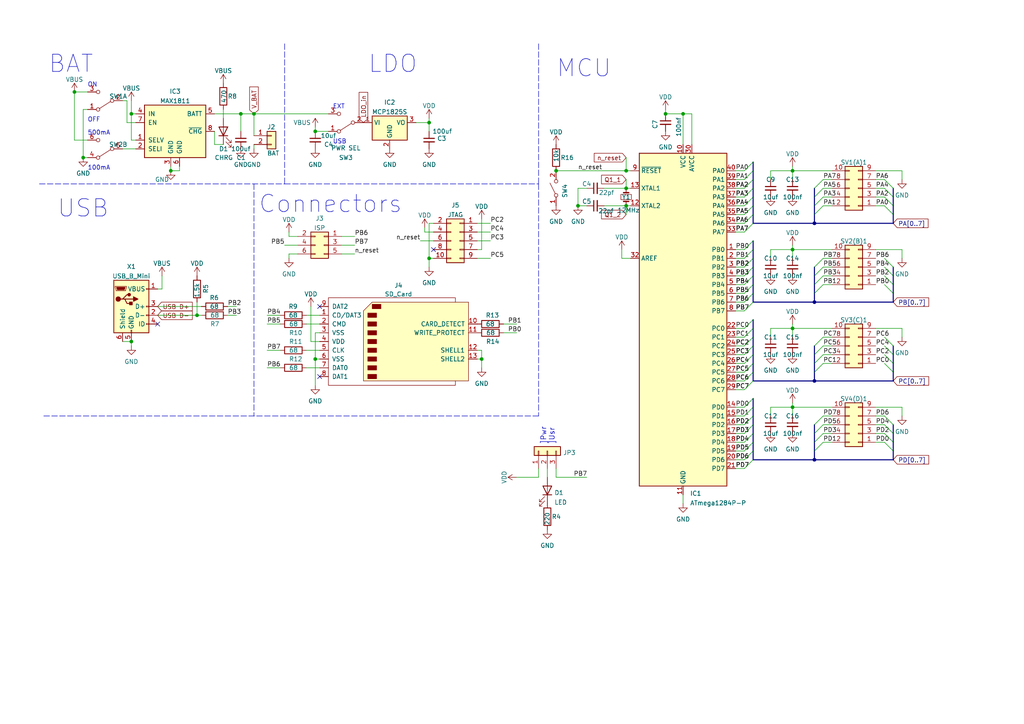
<source format=kicad_sch>
(kicad_sch (version 20211123) (generator eeschema)
  (paper "A4")
  (title_block (title "il-flatto main shematic") (date "2022-12-18"))
  (junction (at 236.22 87.63))
  (junction (at 229.87 95.25))
  (junction (at 21.59 26.67))
  (junction (at 198.12 33.02))
  (junction (at 91.44 104.14))
  (junction (at 139.7 104.14))
  (junction (at 161.29 49.53))
  (junction (at 181.61 49.53))
  (junction (at 229.87 49.53))
  (junction (at 229.87 72.39))
  (junction (at 69.85 33.02))
  (junction (at 24.13 45.72))
  (junction (at 38.1 99.06))
  (junction (at 73.66 33.02))
  (junction (at 181.61 54.61))
  (junction (at 124.46 74.93))
  (junction (at 91.44 38.1))
  (junction (at 167.64 59.69))
  (junction (at 229.87 118.11))
  (junction (at 236.22 110.49))
  (junction (at 193.04 33.02))
  (junction (at 124.46 35.56))
  (junction (at 236.22 133.35))
  (junction (at 57.15 91.44))
  (junction (at 181.61 59.69))
  (junction (at 236.22 64.77))
  (junction (at 38.1 33.02))
  (junction (at 49.53 49.53))
  (no_connect (at 92.71 88.9))
  (no_connect (at 92.71 109.22))
  (no_connect (at 45.72 93.98))
  (no_connect (at 125.73 72.39))
  (bus_entry (at 236.22 77.47) (size 2.54 -2.54))
  (bus_entry (at 236.22 62.23) (size 2.54 -2.54))
  (bus_entry (at 259.08 107.95) (size -2.54 -2.54))
  (bus_entry (at 218.44 72.39) (size -2.54 2.54))
  (bus_entry (at 259.08 80.01) (size -2.54 -2.54))
  (bus_entry (at 218.44 100.33) (size -2.54 2.54))
  (bus_entry (at 236.22 128.27) (size 2.54 -2.54))
  (bus_entry (at 218.44 57.15) (size -2.54 2.54))
  (bus_entry (at 218.44 133.35) (size -2.54 2.54))
  (bus_entry (at 218.44 123.19) (size -2.54 2.54))
  (bus_entry (at 218.44 46.99) (size -2.54 2.54))
  (bus_entry (at 218.44 128.27) (size -2.54 2.54))
  (bus_entry (at 256.54 52.07) (size 2.54 2.54))
  (bus_entry (at 218.44 54.61) (size -2.54 2.54))
  (bus_entry (at 236.22 80.01) (size 2.54 -2.54))
  (bus_entry (at 259.08 57.15) (size -2.54 -2.54))
  (bus_entry (at 218.44 102.87) (size -2.54 2.54))
  (bus_entry (at 259.08 125.73) (size -2.54 -2.54))
  (bus_entry (at 218.44 52.07) (size -2.54 2.54))
  (bus_entry (at 236.22 123.19) (size 2.54 -2.54))
  (bus_entry (at 256.54 74.93) (size 2.54 2.54))
  (bus_entry (at 218.44 64.77) (size -2.54 2.54))
  (bus_entry (at 218.44 92.71) (size -2.54 2.54))
  (bus_entry (at 218.44 130.81) (size -2.54 2.54))
  (bus_entry (at 218.44 77.47) (size -2.54 2.54))
  (bus_entry (at 236.22 105.41) (size 2.54 -2.54))
  (bus_entry (at 218.44 115.57) (size -2.54 2.54))
  (bus_entry (at 259.08 82.55) (size -2.54 -2.54))
  (bus_entry (at 236.22 107.95) (size 2.54 -2.54))
  (bus_entry (at 218.44 80.01) (size -2.54 2.54))
  (bus_entry (at 218.44 69.85) (size -2.54 2.54))
  (bus_entry (at 218.44 110.49) (size -2.54 2.54))
  (bus_entry (at 236.22 102.87) (size 2.54 -2.54))
  (bus_entry (at 218.44 49.53) (size -2.54 2.54))
  (bus_entry (at 218.44 87.63) (size -2.54 2.54))
  (bus_entry (at 236.22 54.61) (size 2.54 -2.54))
  (bus_entry (at 218.44 107.95) (size -2.54 2.54))
  (bus_entry (at 236.22 100.33) (size 2.54 -2.54))
  (bus_entry (at 218.44 125.73) (size -2.54 2.54))
  (bus_entry (at 218.44 85.09) (size -2.54 2.54))
  (bus_entry (at 236.22 59.69) (size 2.54 -2.54))
  (bus_entry (at 218.44 95.25) (size -2.54 2.54))
  (bus_entry (at 218.44 74.93) (size -2.54 2.54))
  (bus_entry (at 259.08 59.69) (size -2.54 -2.54))
  (bus_entry (at 218.44 59.69) (size -2.54 2.54))
  (bus_entry (at 236.22 85.09) (size 2.54 -2.54))
  (bus_entry (at 218.44 97.79) (size -2.54 2.54))
  (bus_entry (at 256.54 120.65) (size 2.54 2.54))
  (bus_entry (at 259.08 102.87) (size -2.54 -2.54))
  (bus_entry (at 259.08 85.09) (size -2.54 -2.54))
  (bus_entry (at 218.44 118.11) (size -2.54 2.54))
  (bus_entry (at 218.44 62.23) (size -2.54 2.54))
  (bus_entry (at 236.22 57.15) (size 2.54 -2.54))
  (bus_entry (at 259.08 105.41) (size -2.54 -2.54))
  (bus_entry (at 256.54 97.79) (size 2.54 2.54))
  (bus_entry (at 236.22 130.81) (size 2.54 -2.54))
  (bus_entry (at 259.08 62.23) (size -2.54 -2.54))
  (bus_entry (at 218.44 82.55) (size -2.54 2.54))
  (bus_entry (at 218.44 105.41) (size -2.54 2.54))
  (bus_entry (at 259.08 128.27) (size -2.54 -2.54))
  (bus_entry (at 236.22 125.73) (size 2.54 -2.54))
  (bus_entry (at 236.22 82.55) (size 2.54 -2.54))
  (bus_entry (at 218.44 120.65) (size -2.54 2.54))
  (bus_entry (at 259.08 130.81) (size -2.54 -2.54))
  (wire (pts (xy 35.56 99.06) (xy 38.1 99.06)))
  (wire (pts (xy 215.9 110.49) (xy 213.36 110.49)))
  (bus (pts (xy 259.08 105.41) (xy 259.08 107.95)))
  (wire (pts (xy 83.82 68.58) (xy 86.36 68.58)))
  (bus (pts (xy 218.44 74.93) (xy 218.44 72.39)))
  (wire (pts (xy 73.66 39.37) (xy 73.66 33.02)))
  (wire (pts (xy 124.46 74.93) (xy 124.46 64.77)))
  (bus (pts (xy 218.44 110.49) (xy 218.44 107.95)))
  (bus (pts (xy 218.44 62.23) (xy 218.44 59.69)))
  (wire (pts (xy 223.52 49.53) (xy 229.87 49.53)))
  (wire (pts (xy 138.43 69.85) (xy 142.24 69.85)))
  (wire (pts (xy 125.73 67.31) (xy 123.19 67.31)))
  (wire (pts (xy 215.9 74.93) (xy 213.36 74.93)))
  (bus (pts (xy 236.22 80.01) (xy 236.22 82.55)))
  (wire (pts (xy 62.23 33.02) (xy 69.85 33.02)))
  (wire (pts (xy 254 95.25) (xy 261.62 95.25)))
  (wire (pts (xy 254 52.07) (xy 256.54 52.07)))
  (wire (pts (xy 229.87 95.25) (xy 229.87 97.79)))
  (wire (pts (xy 198.12 33.02) (xy 198.12 41.91)))
  (wire (pts (xy 223.52 118.11) (xy 223.52 120.65)))
  (wire (pts (xy 146.05 93.98) (xy 149.86 93.98)))
  (wire (pts (xy 90.17 99.06) (xy 92.71 99.06)))
  (wire (pts (xy 215.9 130.81) (xy 213.36 130.81)))
  (wire (pts (xy 229.87 95.25) (xy 241.3 95.25)))
  (wire (pts (xy 73.66 33.02) (xy 95.25 33.02)))
  (wire (pts (xy 229.87 118.11) (xy 229.87 120.65)))
  (wire (pts (xy 139.7 104.14) (xy 139.7 106.68)))
  (wire (pts (xy 77.47 106.68) (xy 81.28 106.68)))
  (bus (pts (xy 236.22 133.35) (xy 259.08 133.35)))
  (bus (pts (xy 218.44 59.69) (xy 218.44 57.15)))
  (bus (pts (xy 259.08 80.01) (xy 259.08 82.55)))
  (wire (pts (xy 49.53 48.26) (xy 49.53 49.53)))
  (wire (pts (xy 215.9 118.11) (xy 213.36 118.11)))
  (wire (pts (xy 91.44 104.14) (xy 92.71 104.14)))
  (wire (pts (xy 215.9 105.41) (xy 213.36 105.41)))
  (wire (pts (xy 25.4 31.75) (xy 24.13 31.75)))
  (wire (pts (xy 66.04 91.44) (xy 68.58 91.44)))
  (wire (pts (xy 254 118.11) (xy 261.62 118.11)))
  (polyline (pts (xy 11.43 53.34) (xy 82.55 53.34)))
  (wire (pts (xy 198.12 33.02) (xy 200.66 33.02)))
  (wire (pts (xy 86.36 73.66) (xy 83.82 73.66)))
  (wire (pts (xy 229.87 72.39) (xy 229.87 74.93)))
  (bus (pts (xy 259.08 100.33) (xy 259.08 102.87)))
  (wire (pts (xy 181.61 49.53) (xy 182.88 49.53)))
  (wire (pts (xy 36.83 35.56) (xy 39.37 35.56)))
  (wire (pts (xy 215.9 80.01) (xy 213.36 80.01)))
  (polyline (pts (xy 156.21 12.7) (xy 156.21 53.34)))
  (wire (pts (xy 254 120.65) (xy 256.54 120.65)))
  (bus (pts (xy 218.44 97.79) (xy 218.44 95.25)))
  (wire (pts (xy 256.54 54.61) (xy 254 54.61)))
  (wire (pts (xy 256.54 125.73) (xy 254 125.73)))
  (wire (pts (xy 238.76 57.15) (xy 241.3 57.15)))
  (wire (pts (xy 215.9 85.09) (xy 213.36 85.09)))
  (bus (pts (xy 218.44 107.95) (xy 218.44 105.41)))
  (wire (pts (xy 24.13 45.72) (xy 25.4 45.72)))
  (wire (pts (xy 229.87 93.98) (xy 229.87 95.25)))
  (wire (pts (xy 139.7 104.14) (xy 138.43 104.14)))
  (bus (pts (xy 259.08 59.69) (xy 259.08 62.23)))
  (wire (pts (xy 64.77 34.29) (xy 64.77 31.75)))
  (wire (pts (xy 124.46 34.29) (xy 124.46 35.56)))
  (polyline (pts (xy 156.21 53.34) (xy 156.21 120.65)))
  (wire (pts (xy 238.76 54.61) (xy 241.3 54.61)))
  (wire (pts (xy 77.47 101.6) (xy 81.28 101.6)))
  (wire (pts (xy 139.7 101.6) (xy 139.7 104.14)))
  (wire (pts (xy 215.9 107.95) (xy 213.36 107.95)))
  (bus (pts (xy 218.44 82.55) (xy 218.44 80.01)))
  (wire (pts (xy 229.87 49.53) (xy 241.3 49.53)))
  (wire (pts (xy 215.9 90.17) (xy 213.36 90.17)))
  (wire (pts (xy 215.9 133.35) (xy 213.36 133.35)))
  (wire (pts (xy 223.52 49.53) (xy 223.52 52.07)))
  (wire (pts (xy 124.46 74.93) (xy 125.73 74.93)))
  (bus (pts (xy 218.44 95.25) (xy 218.44 92.71)))
  (wire (pts (xy 215.9 82.55) (xy 213.36 82.55)))
  (wire (pts (xy 215.9 120.65) (xy 213.36 120.65)))
  (wire (pts (xy 181.61 59.69) (xy 182.88 59.69)))
  (wire (pts (xy 92.71 96.52) (xy 91.44 96.52)))
  (wire (pts (xy 215.9 97.79) (xy 213.36 97.79)))
  (bus (pts (xy 236.22 105.41) (xy 236.22 107.95)))
  (wire (pts (xy 121.92 69.85) (xy 125.73 69.85)))
  (wire (pts (xy 77.47 91.44) (xy 81.28 91.44)))
  (wire (pts (xy 88.9 91.44) (xy 92.71 91.44)))
  (wire (pts (xy 215.9 113.03) (xy 213.36 113.03)))
  (bus (pts (xy 218.44 133.35) (xy 218.44 130.81)))
  (polyline (pts (xy 73.66 53.34) (xy 73.66 120.65)))
  (wire (pts (xy 193.04 33.02) (xy 198.12 33.02)))
  (wire (pts (xy 91.44 36.83) (xy 91.44 38.1)))
  (wire (pts (xy 161.29 49.53) (xy 181.61 49.53)))
  (wire (pts (xy 215.9 125.73) (xy 213.36 125.73)))
  (wire (pts (xy 124.46 77.47) (xy 124.46 74.93)))
  (bus (pts (xy 259.08 62.23) (xy 259.08 64.77)))
  (wire (pts (xy 83.82 73.66) (xy 83.82 74.93)))
  (wire (pts (xy 35.56 29.21) (xy 36.83 29.21)))
  (wire (pts (xy 256.54 123.19) (xy 254 123.19)))
  (wire (pts (xy 138.43 72.39) (xy 139.7 72.39)))
  (bus (pts (xy 236.22 57.15) (xy 236.22 59.69)))
  (wire (pts (xy 45.72 83.82) (xy 46.99 83.82)))
  (wire (pts (xy 238.76 105.41) (xy 241.3 105.41)))
  (bus (pts (xy 218.44 133.35) (xy 236.22 133.35)))
  (wire (pts (xy 46.99 83.82) (xy 46.99 80.01)))
  (wire (pts (xy 256.54 57.15) (xy 254 57.15)))
  (bus (pts (xy 236.22 102.87) (xy 236.22 105.41)))
  (wire (pts (xy 215.9 64.77) (xy 213.36 64.77)))
  (wire (pts (xy 238.76 97.79) (xy 241.3 97.79)))
  (wire (pts (xy 99.06 68.58) (xy 102.87 68.58)))
  (bus (pts (xy 218.44 100.33) (xy 218.44 97.79)))
  (wire (pts (xy 223.52 72.39) (xy 229.87 72.39)))
  (wire (pts (xy 229.87 72.39) (xy 241.3 72.39)))
  (wire (pts (xy 167.64 59.69) (xy 170.18 59.69)))
  (wire (pts (xy 215.9 62.23) (xy 213.36 62.23)))
  (wire (pts (xy 223.52 72.39) (xy 223.52 74.93)))
  (wire (pts (xy 238.76 100.33) (xy 241.3 100.33)))
  (wire (pts (xy 215.9 135.89) (xy 213.36 135.89)))
  (wire (pts (xy 180.34 74.93) (xy 180.34 72.39)))
  (bus (pts (xy 218.44 118.11) (xy 218.44 115.57)))
  (wire (pts (xy 91.44 96.52) (xy 91.44 104.14)))
  (wire (pts (xy 69.85 33.02) (xy 69.85 38.1)))
  (bus (pts (xy 218.44 77.47) (xy 218.44 74.93)))
  (wire (pts (xy 36.83 29.21) (xy 36.83 35.56)))
  (bus (pts (xy 218.44 80.01) (xy 218.44 77.47)))
  (wire (pts (xy 91.44 38.1) (xy 95.25 38.1)))
  (bus (pts (xy 236.22 87.63) (xy 259.08 87.63)))
  (wire (pts (xy 229.87 116.84) (xy 229.87 118.11)))
  (wire (pts (xy 123.19 67.31) (xy 123.19 66.04)))
  (wire (pts (xy 229.87 118.11) (xy 241.3 118.11)))
  (wire (pts (xy 38.1 29.21) (xy 38.1 33.02)))
  (wire (pts (xy 238.76 125.73) (xy 241.3 125.73)))
  (polyline (pts (xy 82.55 53.34) (xy 156.21 53.34)))
  (wire (pts (xy 238.76 128.27) (xy 241.3 128.27)))
  (wire (pts (xy 124.46 38.1) (xy 124.46 35.56)))
  (bus (pts (xy 218.44 57.15) (xy 218.44 54.61)))
  (wire (pts (xy 181.61 45.72) (xy 181.61 49.53)))
  (bus (pts (xy 259.08 125.73) (xy 259.08 128.27)))
  (wire (pts (xy 181.61 62.23) (xy 181.61 59.69)))
  (bus (pts (xy 236.22 100.33) (xy 236.22 102.87)))
  (wire (pts (xy 229.87 49.53) (xy 229.87 52.07)))
  (wire (pts (xy 21.59 26.67) (xy 25.4 26.67)))
  (bus (pts (xy 218.44 123.19) (xy 218.44 120.65)))
  (wire (pts (xy 52.07 49.53) (xy 52.07 48.26)))
  (wire (pts (xy 238.76 80.01) (xy 241.3 80.01)))
  (wire (pts (xy 62.23 41.91) (xy 64.77 41.91)))
  (wire (pts (xy 45.72 91.44) (xy 57.15 91.44)))
  (wire (pts (xy 170.18 54.61) (xy 167.64 54.61)))
  (wire (pts (xy 215.9 100.33) (xy 213.36 100.33)))
  (wire (pts (xy 77.47 93.98) (xy 81.28 93.98)))
  (wire (pts (xy 24.13 31.75) (xy 24.13 45.72)))
  (bus (pts (xy 259.08 85.09) (xy 259.08 87.63)))
  (wire (pts (xy 215.9 49.53) (xy 213.36 49.53)))
  (bus (pts (xy 236.22 110.49) (xy 259.08 110.49)))
  (wire (pts (xy 57.15 91.44) (xy 58.42 91.44)))
  (bus (pts (xy 259.08 107.95) (xy 259.08 110.49)))
  (wire (pts (xy 238.76 82.55) (xy 241.3 82.55)))
  (wire (pts (xy 215.9 102.87) (xy 213.36 102.87)))
  (bus (pts (xy 259.08 82.55) (xy 259.08 85.09)))
  (bus (pts (xy 259.08 77.47) (xy 259.08 80.01)))
  (wire (pts (xy 254 49.53) (xy 261.62 49.53)))
  (wire (pts (xy 193.04 31.75) (xy 193.04 33.02)))
  (wire (pts (xy 45.72 88.9) (xy 58.42 88.9)))
  (wire (pts (xy 138.43 74.93) (xy 142.24 74.93)))
  (polyline (pts (xy 156.21 120.65) (xy 82.55 120.65)))
  (wire (pts (xy 88.9 101.6) (xy 92.71 101.6)))
  (wire (pts (xy 82.55 71.12) (xy 86.36 71.12)))
  (wire (pts (xy 25.4 40.64) (xy 21.59 40.64)))
  (wire (pts (xy 261.62 72.39) (xy 261.62 74.93)))
  (wire (pts (xy 138.43 67.31) (xy 142.24 67.31)))
  (wire (pts (xy 57.15 87.63) (xy 57.15 91.44)))
  (bus (pts (xy 236.22 123.19) (xy 236.22 125.73)))
  (wire (pts (xy 198.12 143.51) (xy 198.12 146.05)))
  (wire (pts (xy 238.76 77.47) (xy 241.3 77.47)))
  (bus (pts (xy 218.44 85.09) (xy 218.44 82.55)))
  (wire (pts (xy 215.9 72.39) (xy 213.36 72.39)))
  (wire (pts (xy 215.9 57.15) (xy 213.36 57.15)))
  (wire (pts (xy 223.52 95.25) (xy 223.52 97.79)))
  (bus (pts (xy 236.22 82.55) (xy 236.22 85.09)))
  (wire (pts (xy 256.54 128.27) (xy 254 128.27)))
  (wire (pts (xy 38.1 99.06) (xy 38.1 100.33)))
  (wire (pts (xy 238.76 123.19) (xy 241.3 123.19)))
  (bus (pts (xy 218.44 105.41) (xy 218.44 102.87)))
  (polyline (pts (xy 82.55 12.7) (xy 82.55 53.34)))
  (wire (pts (xy 215.9 87.63) (xy 213.36 87.63)))
  (wire (pts (xy 90.17 88.9) (xy 90.17 99.06)))
  (wire (pts (xy 35.56 43.18) (xy 39.37 43.18)))
  (wire (pts (xy 175.26 59.69) (xy 181.61 59.69)))
  (bus (pts (xy 236.22 125.73) (xy 236.22 128.27)))
  (bus (pts (xy 259.08 54.61) (xy 259.08 57.15)))
  (wire (pts (xy 73.66 43.18) (xy 73.66 41.91)))
  (wire (pts (xy 238.76 120.65) (xy 241.3 120.65)))
  (wire (pts (xy 215.9 67.31) (xy 213.36 67.31)))
  (bus (pts (xy 218.44 72.39) (xy 218.44 69.85)))
  (wire (pts (xy 229.87 48.26) (xy 229.87 49.53)))
  (bus (pts (xy 236.22 128.27) (xy 236.22 130.81)))
  (bus (pts (xy 218.44 64.77) (xy 236.22 64.77)))
  (bus (pts (xy 218.44 102.87) (xy 218.44 100.33)))
  (wire (pts (xy 139.7 63.5) (xy 139.7 72.39)))
  (bus (pts (xy 236.22 64.77) (xy 259.08 64.77)))
  (wire (pts (xy 215.9 59.69) (xy 213.36 59.69)))
  (wire (pts (xy 200.66 33.02) (xy 200.66 41.91)))
  (bus (pts (xy 218.44 49.53) (xy 218.44 46.99)))
  (wire (pts (xy 138.43 64.77) (xy 142.24 64.77)))
  (wire (pts (xy 256.54 59.69) (xy 254 59.69)))
  (wire (pts (xy 215.9 54.61) (xy 213.36 54.61)))
  (bus (pts (xy 218.44 120.65) (xy 218.44 118.11)))
  (wire (pts (xy 88.9 93.98) (xy 92.71 93.98)))
  (wire (pts (xy 215.9 95.25) (xy 213.36 95.25)))
  (bus (pts (xy 236.22 85.09) (xy 236.22 87.63)))
  (wire (pts (xy 161.29 135.89) (xy 161.29 138.43)))
  (wire (pts (xy 238.76 59.69) (xy 241.3 59.69)))
  (wire (pts (xy 91.44 104.14) (xy 91.44 111.76)))
  (wire (pts (xy 223.52 118.11) (xy 229.87 118.11)))
  (bus (pts (xy 259.08 102.87) (xy 259.08 105.41)))
  (bus (pts (xy 259.08 130.81) (xy 259.08 133.35)))
  (wire (pts (xy 39.37 33.02) (xy 38.1 33.02)))
  (wire (pts (xy 99.06 73.66) (xy 102.87 73.66)))
  (bus (pts (xy 218.44 87.63) (xy 218.44 85.09)))
  (bus (pts (xy 218.44 64.77) (xy 218.44 62.23)))
  (bus (pts (xy 236.22 54.61) (xy 236.22 57.15)))
  (wire (pts (xy 161.29 138.43) (xy 170.18 138.43)))
  (bus (pts (xy 218.44 125.73) (xy 218.44 123.19)))
  (wire (pts (xy 215.9 52.07) (xy 213.36 52.07)))
  (bus (pts (xy 218.44 87.63) (xy 236.22 87.63)))
  (wire (pts (xy 139.7 101.6) (xy 138.43 101.6)))
  (wire (pts (xy 181.61 54.61) (xy 182.88 54.61)))
  (bus (pts (xy 259.08 128.27) (xy 259.08 130.81)))
  (bus (pts (xy 218.44 110.49) (xy 236.22 110.49)))
  (bus (pts (xy 218.44 54.61) (xy 218.44 52.07)))
  (wire (pts (xy 149.86 138.43) (xy 156.21 138.43)))
  (bus (pts (xy 218.44 130.81) (xy 218.44 128.27)))
  (wire (pts (xy 124.46 64.77) (xy 125.73 64.77)))
  (bus (pts (xy 236.22 130.81) (xy 236.22 133.35)))
  (wire (pts (xy 238.76 102.87) (xy 241.3 102.87)))
  (wire (pts (xy 83.82 67.31) (xy 83.82 68.58)))
  (wire (pts (xy 181.61 52.07) (xy 181.61 54.61)))
  (bus (pts (xy 218.44 52.07) (xy 218.44 49.53)))
  (wire (pts (xy 238.76 74.93) (xy 241.3 74.93)))
  (wire (pts (xy 21.59 26.67) (xy 21.59 40.64)))
  (polyline (pts (xy 12.7 120.65) (xy 82.55 120.65)))
  (bus (pts (xy 218.44 128.27) (xy 218.44 125.73)))
  (wire (pts (xy 215.9 123.19) (xy 213.36 123.19)))
  (wire (pts (xy 238.76 52.07) (xy 241.3 52.07)))
  (wire (pts (xy 215.9 77.47) (xy 213.36 77.47)))
  (bus (pts (xy 236.22 107.95) (xy 236.22 110.49)))
  (wire (pts (xy 181.61 54.61) (xy 175.26 54.61)))
  (wire (pts (xy 215.9 128.27) (xy 213.36 128.27)))
  (wire (pts (xy 223.52 95.25) (xy 229.87 95.25)))
  (wire (pts (xy 167.64 54.61) (xy 167.64 59.69)))
  (wire (pts (xy 229.87 71.12) (xy 229.87 72.39)))
  (wire (pts (xy 261.62 95.25) (xy 261.62 97.79)))
  (wire (pts (xy 49.53 49.53) (xy 52.07 49.53)))
  (bus (pts (xy 236.22 59.69) (xy 236.22 62.23)))
  (bus (pts (xy 236.22 77.47) (xy 236.22 80.01)))
  (wire (pts (xy 62.23 38.1) (xy 62.23 41.91)))
  (bus (pts (xy 236.22 62.23) (xy 236.22 64.77)))
  (wire (pts (xy 261.62 49.53) (xy 261.62 52.07)))
  (wire (pts (xy 182.88 74.93) (xy 180.34 74.93)))
  (wire (pts (xy 254 72.39) (xy 261.62 72.39)))
  (bus (pts (xy 259.08 57.15) (xy 259.08 59.69)))
  (wire (pts (xy 261.62 118.11) (xy 261.62 120.65)))
  (wire (pts (xy 158.75 135.89) (xy 158.75 138.43)))
  (wire (pts (xy 156.21 135.89) (xy 156.21 138.43)))
  (wire (pts (xy 88.9 106.68) (xy 92.71 106.68)))
  (wire (pts (xy 38.1 40.64) (xy 39.37 40.64)))
  (wire (pts (xy 66.04 88.9) (xy 68.58 88.9)))
  (wire (pts (xy 99.06 71.12) (xy 102.87 71.12)))
  (bus (pts (xy 259.08 123.19) (xy 259.08 125.73)))
  (wire (pts (xy 38.1 33.02) (xy 38.1 40.64)))
  (wire (pts (xy 120.65 35.56) (xy 124.46 35.56)))
  (wire (pts (xy 146.05 96.52) (xy 149.86 96.52)))
  (wire (pts (xy 69.85 33.02) (xy 73.66 33.02)))
  (text "]Pwr\n]Usr" (at 160.9515 128.9909 90) (effects (font (size 1.5 1.5)) (justify left bottom)))
  (text "OFF" (at 25.4 35.56 0) (effects (font (size 1.27 1.27)) (justify left bottom)))
  (text "Connectors\n" (at 74.93 62.23 0) (effects (font (size 5 5)) (justify left bottom)))
  (text "ON\n" (at 25.4 25.4 0) (effects (font (size 1.27 1.27)) (justify left bottom)))
  (text "MCU" (at 161.29 22.86 0) (effects (font (size 5 5)) (justify left bottom)))
  (text "100mA\n" (at 25.4 49.53 0) (effects (font (size 1.27 1.27)) (justify left bottom)))
  (text "EXT" (at 96.52 31.75 0) (effects (font (size 1.27 1.27)) (justify left bottom)))
  (text "BAT\n" (at 13.97 21.59 0) (effects (font (size 5 5)) (justify left bottom)))
  (text "LDO" (at 106.68 21.59 0) (effects (font (size 5 5)) (justify left bottom)))
  (text "USB" (at 16.51 63.5 0) (effects (font (size 5 5)) (justify left bottom)))
  (text "USB\n" (at 96.52 41.91 0) (effects (font (size 1.27 1.27)) (justify left bottom)))
  (text "500mA\n" (at 25.4 39.37 0) (effects (font (size 1.27 1.27)) (justify left bottom)))
  (label "PB3" (at 66.04 91.44 0))
  (label "PC0" (at 254 105.41 0))
  (label "PB3" (at 238.76 80.01 0))
  (label "PB0" (at 147.32 96.52 0))
  (label "PB7" (at 213.36 90.17 0))
  (label "PB4" (at 213.36 82.55 0))
  (label "PB5" (at 82.55 71.12 180))
  (label "PB4" (at 77.47 91.44 0))
  (label "PD4" (at 213.36 128.27 0))
  (label "PC1" (at 213.36 97.79 0))
  (label "PA1" (at 213.36 52.07 0))
  (label "PB6" (at 254 74.93 0))
  (label "PB3" (at 213.36 80.01 0))
  (label "n_reset" (at 121.92 69.85 180))
  (label "PD7" (at 213.36 135.89 0))
  (label "PD3" (at 213.36 125.73 0))
  (label "PA2" (at 213.36 54.61 0))
  (label "PA4" (at 254 54.61 0))
  (label "PA0" (at 213.36 49.53 0))
  (label "PB0" (at 254 82.55 0))
  (label "PD7" (at 238.76 120.65 0))
  (label "PB4" (at 254 77.47 0))
  (label "PA2" (at 254 57.15 0))
  (label "PD6" (at 213.36 133.35 0))
  (label "PC2" (at 213.36 100.33 0))
  (label "PB0" (at 213.36 72.39 0))
  (label "PA7" (at 238.76 52.07 0))
  (label "PA7" (at 213.36 67.31 0))
  (label "PB3" (at 213.36 80.01 0))
  (label "PD6" (at 254 120.65 0))
  (label "n_reset" (at 102.87 73.66 0))
  (label "PC6" (at 213.36 110.49 0))
  (label "PB4" (at 213.36 82.55 0))
  (label "PC7" (at 213.36 113.03 0))
  (label "PA3" (at 213.36 57.15 0))
  (label "PB1" (at 213.36 74.93 0))
  (label "PB2" (at 254 80.01 0))
  (label "PB2" (at 66.04 88.9 0))
  (label "PB5" (at 213.36 85.09 0))
  (label "PD0" (at 213.36 118.11 0))
  (label "PA6" (at 213.36 64.77 0))
  (label "PC6" (at 213.36 110.49 0))
  (label "PC2" (at 254 102.87 0))
  (label "PA1" (at 238.76 59.69 0))
  (label "PC3" (at 213.36 102.87 0))
  (label "PD7" (at 213.36 135.89 0))
  (label "PB5" (at 213.36 85.09 0))
  (label "PB2" (at 213.36 77.47 0))
  (label "n_reset" (at 167.64 49.53 0))
  (label "PC7" (at 213.36 113.03 0))
  (label "PC4" (at 213.36 105.41 0))
  (label "PC2" (at 142.24 64.77 0))
  (label "PC5" (at 213.36 107.95 0))
  (label "PA6" (at 213.36 64.77 0))
  (label "PC1" (at 238.76 105.41 0))
  (label "PD5" (at 213.36 130.81 0))
  (label "PA2" (at 213.36 54.61 0))
  (label "PA5" (at 238.76 54.61 0))
  (label "PA6" (at 254 52.07 0))
  (label "PD5" (at 213.36 130.81 0))
  (label "PC3" (at 142.24 69.85 0))
  (label "PC3" (at 238.76 102.87 0))
  (label "PC0" (at 213.36 95.25 0))
  (label "PD1" (at 213.36 120.65 0))
  (label "PD2" (at 254 125.73 0))
  (label "PC5" (at 238.76 100.33 0))
  (label "PC4" (at 254 100.33 0))
  (label "PD6" (at 213.36 133.35 0))
  (label "PC6" (at 254 97.79 0))
  (label "PA4" (at 213.36 59.69 0))
  (label "PA3" (at 213.36 57.15 0))
  (label "PB1" (at 238.76 82.55 0))
  (label "PB1" (at 147.32 93.98 0))
  (label "PB5" (at 77.47 93.98 0))
  (label "PD0" (at 254 128.27 0))
  (label "PD4" (at 213.36 128.27 0))
  (label "PB5" (at 238.76 77.47 0))
  (label "PB7" (at 213.36 90.17 0))
  (label "PA5" (at 213.36 62.23 0))
  (label "PB6" (at 77.47 106.68 0))
  (label "PD1" (at 238.76 128.27 0))
  (label "PC4" (at 142.24 67.31 0))
  (label "PC2" (at 213.36 100.33 0))
  (label "PB7" (at 77.47 101.6 0))
  (label "PD4" (at 254 123.19 0))
  (label "PA5" (at 213.36 62.23 0))
  (label "PA3" (at 238.76 57.15 0))
  (label "PB2" (at 213.36 77.47 0))
  (label "PA0" (at 254 59.69 0))
  (label "PB6" (at 102.87 68.58 0))
  (label "PC3" (at 213.36 102.87 0))
  (label "PC4" (at 213.36 105.41 0))
  (label "PB6" (at 213.36 87.63 0))
  (label "PD3" (at 238.76 125.73 0))
  (label "PB7" (at 102.87 71.12 0))
  (label "PC5" (at 213.36 107.95 0))
  (label "PA7" (at 213.36 67.31 0))
  (label "PA4" (at 213.36 59.69 0))
  (label "PB6" (at 213.36 87.63 0))
  (label "PC7" (at 238.76 97.79 0))
  (label "PD3" (at 213.36 125.73 0))
  (label "PD2" (at 213.36 123.19 0))
  (label "PB7" (at 166.37 138.43 0))
  (label "PB7" (at 238.76 74.93 0))
  (label "PD5" (at 238.76 123.19 0))
  (label "PD2" (at 213.36 123.19 0))
  (label "PC5" (at 142.24 74.93 0))
  (global_label "PA[0..7]" (shape input) (at 259.08 64.77 0) (property "Intersheet References" "${INTERSHEET_REFS}" (effects hide)))
  (global_label "USB D-" (shape input) (at 45.72 91.44 0) (property "Intersheet References" "${INTERSHEET_REFS}" (effects hide)))
  (global_label "PD[0..7]" (shape input) (at 259.08 133.35 0) (property "Intersheet References" "${INTERSHEET_REFS}" (effects hide)))
  (global_label "n_reset" (shape input) (at 181.61 45.72 180) (property "Intersheet References" "${INTERSHEET_REFS}" (effects hide)))
  (global_label "Q1_2" (shape input) (at 181.61 62.23 180) (property "Intersheet References" "${INTERSHEET_REFS}" (effects hide)))
  (global_label "USB D+" (shape input) (at 45.72 88.9 0) (property "Intersheet References" "${INTERSHEET_REFS}" (effects hide)))
  (global_label "Q1_1" (shape input) (at 181.61 52.07 180) (property "Intersheet References" "${INTERSHEET_REFS}" (effects hide)))
  (global_label "LDO_in" (shape input) (at 105.41 35.56 90) (property "Intersheet References" "${INTERSHEET_REFS}" (effects hide)))
  (global_label "PC[0..7]" (shape input) (at 259.08 110.49 0) (property "Intersheet References" "${INTERSHEET_REFS}" (effects hide)))
  (global_label "V_BAT" (shape input) (at 73.66 33.02 90) (property "Intersheet References" "${INTERSHEET_REFS}" (effects hide)))
  (global_label "PB[0..7]" (shape input) (at 259.08 87.63 0) (property "Intersheet References" "${INTERSHEET_REFS}" (effects hide)))
  (symbol (lib_id "Device:C_Small") (at 193.04 35.56 0) (unit 1)
    (property "Reference" "C7" (at 189.992 36.068 90))
    (property "Value" "100nf" (at 196.85 36.83 90))
    (property "Footprint" "Capacitor_THT:C_Disc_D7.0mm_W2.5mm_P5.00mm" (effects hide))
  )
  (symbol (lib_id "power:GND") (at 91.44 43.18 0) (unit 1)
    (property "Reference" "#PWR0115" (effects hide))
    (property "Value" "GND" (at 91.44 47.7425 0))
  )
  (symbol (lib_id "power:VBUS") (at 64.77 24.13 0) (unit 1)
    (property "Reference" "#PWR0125" (effects hide))
    (property "Value" "VBUS" (at 64.77 20.5255 0))
  )
  (symbol (lib_id "Connector_Generic:Conn_01x03") (at 158.75 130.81 90) (unit 1)
    (property "Reference" "JP3" (at 163.322 131.289 90) (effects (justify right)))
    (property "Value" "Conn_01x03" (effects hide))
    (property "Footprint" "footprints:PinHeader_1x03_P2.54mm zero footprint" (effects hide))
  )
  (symbol (lib_id "power:GND") (at 261.62 120.65 0) (unit 1)
    (property "Reference" "#PWR045" (effects hide))
    (property "Value" "GND" (at 261.62 125.2125 0))
  )
  (symbol (lib_id "Device:C_Small") (at 172.72 54.61 90) (unit 1)
    (property "Reference" "C4" (at 170.18 53.34 90))
    (property "Value" "22pf" (at 175.9144 55.8718 90))
    (property "Footprint" "Capacitor_THT:C_Disc_D3.8mm_W2.6mm_P2.50mm" (effects hide))
  )
  (symbol (lib_id "Device:R") (at 62.23 91.44 270) (unit 1)
    (property "Reference" "R7" (at 60.96 93.98 90) (effects (justify left)))
    (property "Value" "68" (at 60.96 91.44 90) (effects (justify left)))
    (property "Footprint" "Resistor_THT:R_Axial_DIN0207_L6.3mm_D2.5mm_P10.16mm_Horizontal" (effects hide))
  )
  (symbol (lib_id "power:GND") (at 91.44 111.76 0) (unit 1)
    (property "Reference" "#PWR011" (effects hide))
    (property "Value" "GND" (at 91.44 116.3225 0))
  )
  (symbol (lib_id "power:GND") (at 69.85 43.18 0) (unit 1)
    (property "Reference" "#PWR06" (effects hide))
    (property "Value" "GND" (at 69.85 47.7425 0))
  )
  (symbol (lib_id "power:VDD") (at 90.17 88.9 0) (unit 1)
    (property "Reference" "#PWR010" (effects hide))
    (property "Value" "VDD" (at 90.17 85.2955 0))
  )
  (symbol (lib_id "Device:C_Small") (at 91.44 40.64 0) (mirror y) (unit 1)
    (property "Reference" "C4" (at 93.98 41.91 0) (effects (justify right)))
    (property "Value" "10uf" (at 95.25 39.37 0))
    (property "Footprint" "Capacitor_THT:CP_Radial_D5.0mm_P2.00mm" (effects hide))
  )
  (symbol (lib_id "power:VDD") (at 229.87 116.84 0) (unit 1)
    (property "Reference" "#PWR040" (effects hide))
    (property "Value" "VDD" (at 229.87 113.2355 0))
  )
  (symbol (lib_id "Device:R") (at 85.09 106.68 270) (unit 1)
    (property "Reference" "R12" (at 83.82 104.14 90) (effects (justify left)))
    (property "Value" "68" (at 83.82 106.68 90) (effects (justify left)))
    (property "Footprint" "Resistor_THT:R_Axial_DIN0207_L6.3mm_D2.5mm_P10.16mm_Horizontal" (effects hide))
  )
  (symbol (lib_id "power:GND") (at 261.62 52.07 0) (unit 1)
    (property "Reference" "#PWR042" (effects hide))
    (property "Value" "GND" (at 261.62 56.6325 0))
  )
  (symbol (lib_id "Connector_Generic:Conn_02x05_Odd_Even") (at 248.92 100.33 180) (unit 1)
    (property "Reference" "SV3(C)1" (at 247.65 92.8172 0))
    (property "Value" "Conn_02x05_Odd_Even" (effects hide))
    (property "Footprint" "footprints:PinSocket_2x05_P2.54mm zero footprint mirror" (effects hide))
  )
  (symbol (lib_id "power:VBUS") (at 21.59 26.67 0) (unit 1)
    (property "Reference" "#PWR0112" (effects hide))
    (property "Value" "VBUS" (at 21.59 23.0655 0))
  )
  (symbol (lib_id "power:GND") (at 193.04 38.1 0) (unit 1)
    (property "Reference" "#PWR026" (effects hide))
    (property "Value" "GND" (at 193.04 42.6625 0))
  )
  (symbol (lib_id "power:GND") (at 261.62 74.93 0) (unit 1)
    (property "Reference" "#PWR043" (effects hide))
    (property "Value" "GND" (at 261.62 79.4925 0))
  )
  (symbol (lib_id "power:VDD") (at 139.7 63.5 0) (unit 1)
    (property "Reference" "#PWR015" (effects hide))
    (property "Value" "VDD" (at 139.7 59.8955 0))
  )
  (symbol (lib_id "power:GND") (at 223.52 125.73 0) (unit 1)
    (property "Reference" "#PWR033" (effects hide))
    (property "Value" "GND" (at 223.52 130.2925 0))
  )
  (symbol (lib_id "power:VDD") (at 229.87 48.26 0) (unit 1)
    (property "Reference" "#PWR034" (effects hide))
    (property "Value" "VDD" (at 229.87 44.6555 0))
  )
  (symbol (lib_id "power:GND") (at 261.62 97.79 0) (unit 1)
    (property "Reference" "#PWR044" (effects hide))
    (property "Value" "GND" (at 261.62 102.3525 0))
  )
  (symbol (lib_id "Connector:SD_Card") (at 115.57 99.06 0) (unit 1)
    (property "Reference" "J4" (at 115.57 82.7872 0))
    (property "Value" "SD_Card" (at 115.57 85.3241 0))
    (property "Footprint" "footprints:sd card" (effects hide))
    (property "Datasheet" "http://portal.fciconnect.com/Comergent//fci/drawing/10067847.pdf" (effects hide))
  )
  (symbol (lib_id "power:GND") (at 223.52 57.15 0) (unit 1)
    (property "Reference" "#PWR030" (effects hide))
    (property "Value" "GND" (at 223.52 61.7125 0))
  )
  (symbol (lib_id "power:GND") (at 139.7 106.68 0) (unit 1)
    (property "Reference" "#PWR016" (effects hide))
    (property "Value" "GND" (at 139.7 111.2425 0))
  )
  (symbol (lib_id "Regulator_Linear:MCP1825S") (at 113.03 35.56 0) (unit 1)
    (property "Reference" "IC2" (at 113.03 29.6885 0))
    (property "Value" "MCP1825S" (at 113.03 32.4636 0))
    (property "Footprint" "Package_TO_SOT_SMD:SOT-223-3_TabPin2" (effects hide))
    (property "Datasheet" "http://ww1.microchip.com/downloads/en/devicedoc/22056b.pdf" (effects hide))
  )
  (symbol (lib_id "Device:R") (at 158.75 149.86 0) (unit 1)
    (property "Reference" "R4" (at 160.02 149.86 0) (effects (justify left)))
    (property "Value" "220" (at 158.75 152.4 90) (effects (justify left)))
    (property "Footprint" "Resistor_THT:R_Axial_DIN0207_L6.3mm_D2.5mm_P10.16mm_Horizontal" (effects hide))
  )
  (symbol (lib_id "MCU_Microchip_ATmega:ATmega1284P-P") (at 198.12 92.71 0) (unit 1)
    (property "Reference" "IC1" (at 200.1394 143.1195 0) (effects (justify left)))
    (property "Value" "ATmega1284P-P" (at 200.1394 145.8946 0) (effects (justify left)))
    (property "Footprint" "Package_DIP:DIP-40_W15.24mm" (effects hide))
    (property "Datasheet" "http://ww1.microchip.com/downloads/en/DeviceDoc/Atmel-8272-8-bit-AVR-microcontroller-ATmega164A_PA-324A_PA-644A_PA-1284_P_datasheet.pdf" (effects hide))
  )
  (symbol (lib_id "power:GND") (at 113.03 43.18 0) (unit 1)
    (property "Reference" "#PWR0117" (effects hide))
    (property "Value" "GND" (at 113.03 47.7425 0))
  )
  (symbol (lib_id "power:VDD") (at 123.19 66.04 0) (unit 1)
    (property "Reference" "#PWR013" (effects hide))
    (property "Value" "VDD" (at 123.19 62.4355 0))
  )
  (symbol (lib_id "power:GND") (at 167.64 59.69 0) (unit 1)
    (property "Reference" "#PWR022" (effects hide))
    (property "Value" "GND" (at 167.64 64.2525 0))
  )
  (symbol (lib_id "Connector_Generic:Conn_02x05_Odd_Even") (at 133.35 69.85 0) (mirror y) (unit 1)
    (property "Reference" "J5" (at 132.08 59.5335 0))
    (property "Value" "JTAG" (at 132.08 62.3086 0))
    (property "Footprint" "footprints:PinSocket_2x05_P2.54mm zero footprint mirror" (effects hide))
  )
  (symbol (lib_id "power:GND") (at 73.66 43.18 0) (unit 1)
    (property "Reference" "#PWR07" (effects hide))
    (property "Value" "GND" (at 73.66 47.7425 0))
  )
  (symbol (lib_id "power:GND") (at 198.12 146.05 0) (unit 1)
    (property "Reference" "#PWR027" (effects hide))
    (property "Value" "GND" (at 198.12 150.6125 0))
  )
  (symbol (lib_id "Device:C_Small") (at 229.87 100.33 0) (unit 1)
    (property "Reference" "C15" (at 229.87 97.79 0))
    (property "Value" "100nf" (at 229.87 102.87 0))
    (property "Footprint" "Capacitor_SMD:C_0603_1608Metric_Pad1.08x0.95mm_HandSolder" (effects hide))
  )
  (symbol (lib_id "power:GND") (at 124.46 77.47 0) (unit 1)
    (property "Reference" "#PWR014" (effects hide))
    (property "Value" "GND" (at 124.46 82.0325 0))
  )
  (symbol (lib_id "Device:C_Small") (at 223.52 77.47 0) (unit 1)
    (property "Reference" "C10" (at 223.52 74.93 0))
    (property "Value" "10uf" (at 223.52 80.01 0))
    (property "Footprint" "Capacitor_SMD:C_1206_3216Metric_Pad1.33x1.80mm_HandSolder" (effects hide))
  )
  (symbol (lib_id "Device:C_Small") (at 223.52 100.33 0) (unit 1)
    (property "Reference" "C11" (at 223.52 97.79 0))
    (property "Value" "10uf" (at 223.52 102.87 0))
    (property "Footprint" "Capacitor_SMD:C_1206_3216Metric_Pad1.33x1.80mm_HandSolder" (effects hide))
  )
  (symbol (lib_id "power:VBUS") (at 38.1 29.21 0) (unit 1)
    (property "Reference" "#PWR0111" (effects hide))
    (property "Value" "VBUS" (at 38.1 25.6055 0))
  )
  (symbol (lib_id "Device:R") (at 85.09 91.44 90) (unit 1)
    (property "Reference" "R9" (at 86.36 88.9 90) (effects (justify left)))
    (property "Value" "68" (at 86.36 91.44 90) (effects (justify left)))
    (property "Footprint" "Resistor_THT:R_Axial_DIN0207_L6.3mm_D2.5mm_P10.16mm_Horizontal" (effects hide))
  )
  (symbol (lib_id "Connector_Generic:Conn_01x02") (at 78.74 39.37 0) (unit 1)
    (property "Reference" "J2" (at 77.47 36.83 0) (effects (justify left)))
    (property "Value" "BAT" (at 77.47 44.45 0) (effects (justify left)))
    (property "Footprint" "Connector_JST:JST_PH_B2B-PH-K_1x02_P2.00mm_Vertical" (effects hide))
  )
  (symbol (lib_id "Device:R") (at 142.24 96.52 270) (unit 1)
    (property "Reference" "R14" (at 140.97 99.06 90) (effects (justify left)))
    (property "Value" "68" (at 140.97 96.52 90) (effects (justify left)))
    (property "Footprint" "Resistor_THT:R_Axial_DIN0207_L6.3mm_D2.5mm_P10.16mm_Horizontal" (effects hide))
  )
  (symbol (lib_id "power:GND") (at 223.52 80.01 0) (unit 1)
    (property "Reference" "#PWR031" (effects hide))
    (property "Value" "GND" (at 223.52 84.5725 0))
  )
  (symbol (lib_id "Battery_Management:MAX1811") (at 49.53 38.1 0) (unit 1)
    (property "Reference" "IC3" (at 50.8 26.5135 0))
    (property "Value" "MAX1811" (at 50.8 29.2886 0))
    (property "Footprint" "Package_SO:SOIC-8_3.9x4.9mm_P1.27mm" (effects hide))
    (property "Datasheet" "https://datasheets.maximintegrated.com/en/ds/MAX1811.pdf" (effects hide))
  )
  (symbol (lib_id "Device:R") (at 85.09 101.6 270) (unit 1)
    (property "Reference" "R11" (at 83.82 99.06 90) (effects (justify left)))
    (property "Value" "68" (at 83.82 101.6 90) (effects (justify left)))
    (property "Footprint" "Resistor_THT:R_Axial_DIN0207_L6.3mm_D2.5mm_P10.16mm_Horizontal" (effects hide))
  )
  (symbol (lib_id "Device:LED") (at 64.77 38.1 90) (unit 1)
    (property "Reference" "D1" (at 63.5 43.18 90) (effects (justify right)))
    (property "Value" "CHRG" (at 62.23 45.72 90) (effects (justify right)))
    (property "Footprint" "LED_SMD:LED_1206_3216Metric_Pad1.42x1.75mm_HandSolder" (effects hide))
  )
  (symbol (lib_id "power:VBUS") (at 91.44 36.83 0) (unit 1)
    (property "Reference" "#PWR0114" (effects hide))
    (property "Value" "VBUS" (at 87.63 35.56 0))
  )
  (symbol (lib_id "Device:C_Small") (at 172.72 59.69 90) (unit 1)
    (property "Reference" "C5" (at 170.18 58.42 90))
    (property "Value" "22pf" (at 175.7714 61.1632 90))
    (property "Footprint" "Capacitor_THT:C_Disc_D3.8mm_W2.6mm_P2.50mm" (effects hide))
  )
  (symbol (lib_id "Device:R") (at 142.24 93.98 90) (unit 1)
    (property "Reference" "R13" (at 144.78 91.44 90) (effects (justify left)))
    (property "Value" "68" (at 143.51 93.98 90) (effects (justify left)))
    (property "Footprint" "Resistor_THT:R_Axial_DIN0207_L6.3mm_D2.5mm_P10.16mm_Horizontal" (effects hide))
  )
  (symbol (lib_id "power:GND") (at 229.87 80.01 0) (unit 1)
    (property "Reference" "#PWR037" (effects hide))
    (property "Value" "GND" (at 229.87 84.5725 0))
  )
  (symbol (lib_id "Device:C_Small") (at 229.87 54.61 0) (unit 1)
    (property "Reference" "C13" (at 229.87 52.07 0))
    (property "Value" "100nf" (at 229.87 57.15 0))
    (property "Footprint" "Capacitor_SMD:C_0603_1608Metric_Pad1.08x0.95mm_HandSolder" (effects hide))
  )
  (symbol (lib_id "power:GND") (at 158.75 153.67 0) (unit 1)
    (property "Reference" "#PWR0106" (effects hide))
    (property "Value" "GND" (at 158.75 158.2325 0))
  )
  (symbol (lib_id "Device:R") (at 85.09 93.98 270) (unit 1)
    (property "Reference" "R10" (at 83.82 96.52 90) (effects (justify left)))
    (property "Value" "68" (at 83.82 93.98 90) (effects (justify left)))
    (property "Footprint" "Resistor_THT:R_Axial_DIN0207_L6.3mm_D2.5mm_P10.16mm_Horizontal" (effects hide))
  )
  (symbol (lib_id "Device:LED") (at 158.75 142.24 270) (mirror x) (unit 1)
    (property "Reference" "D1" (at 160.782 142.919 90) (effects (justify left)))
    (property "Value" "LED" (at 160.782 145.6941 90) (effects (justify left)))
    (property "Footprint" "LED_THT:LED_D3.0mm" (effects hide))
  )
  (symbol (lib_id "power:VDD") (at 229.87 93.98 0) (unit 1)
    (property "Reference" "#PWR038" (effects hide))
    (property "Value" "VDD" (at 229.87 90.3755 0))
  )
  (symbol (lib_id "Device:R") (at 64.77 27.94 0) (unit 1)
    (property "Reference" "R8" (at 66.04 27.94 0) (effects (justify left)))
    (property "Value" "470" (at 64.9594 29.8926 90) (effects (justify left)))
    (property "Footprint" "Resistor_SMD:R_0805_2012Metric_Pad1.20x1.40mm_HandSolder" (effects hide))
  )
  (symbol (lib_id "power:VDD") (at 161.29 41.91 0) (unit 1)
    (property "Reference" "#PWR020" (effects hide))
    (property "Value" "VDD" (at 161.29 38.3055 0))
  )
  (symbol (lib_id "Device:C_Small") (at 229.87 123.19 0) (unit 1)
    (property "Reference" "C16" (at 229.87 120.65 0))
    (property "Value" "100nf" (at 229.87 125.73 0))
    (property "Footprint" "Capacitor_SMD:C_0603_1608Metric_Pad1.08x0.95mm_HandSolder" (effects hide))
  )
  (symbol (lib_id "Device:R") (at 57.15 83.82 0) (unit 1)
    (property "Reference" "R5" (at 59.69 85.09 90) (effects (justify left)))
    (property "Value" "1.5k" (at 57.15 86.36 90) (effects (justify left)))
    (property "Footprint" "Resistor_THT:R_Axial_DIN0207_L6.3mm_D2.5mm_P10.16mm_Horizontal" (effects hide))
  )
  (symbol (lib_id "Device:R") (at 62.23 88.9 90) (unit 1)
    (property "Reference" "R6" (at 63.5 86.36 90) (effects (justify left)))
    (property "Value" "68" (at 63.5 88.9 90) (effects (justify left)))
    (property "Footprint" "Resistor_THT:R_Axial_DIN0207_L6.3mm_D2.5mm_P10.16mm_Horizontal" (effects hide))
  )
  (symbol (lib_id "Device:Crystal_Small") (at 181.61 57.15 90) (unit 1)
    (property "Reference" "Y1" (at 180.34 57.15 90) (effects (justify right)))
    (property "Value" "12MHz" (at 179.07 60.96 90) (effects (justify right)))
    (property "Footprint" "Crystal:Crystal_HC49-4H_Vertical" (effects hide))
  )
  (symbol (lib_id "Device:C_Small") (at 69.85 40.64 0) (mirror y) (unit 1)
    (property "Reference" "C1" (at 68.58 45.72 0) (effects (justify right)))
    (property "Value" "100uf" (at 69.85 43.18 0))
    (property "Footprint" "Capacitor_THT:CP_Radial_D5.0mm_P2.00mm" (effects hide))
  )
  (symbol (lib_id "power:GND") (at 223.52 102.87 0) (unit 1)
    (property "Reference" "#PWR032" (effects hide))
    (property "Value" "GND" (at 223.52 107.4325 0))
  )
  (symbol (lib_id "power:GND") (at 229.87 102.87 0) (unit 1)
    (property "Reference" "#PWR039" (effects hide))
    (property "Value" "GND" (at 229.87 107.4325 0))
  )
  (symbol (lib_id "Switch:SW_SPDT") (at 100.33 35.56 180) (unit 1)
    (property "Reference" "SW3" (at 100.33 45.72 0))
    (property "Value" "PWR SEL" (at 100.33 42.9449 0))
    (property "Footprint" "footprints:EG1218" (effects hide))
  )
  (symbol (lib_id "power:GND") (at 83.82 74.93 0) (unit 1)
    (property "Reference" "#PWR09" (effects hide))
    (property "Value" "GND" (at 83.82 79.4925 0))
  )
  (symbol (lib_id "Connector_Generic:Conn_02x05_Odd_Even") (at 248.92 77.47 180) (unit 1)
    (property "Reference" "SV2(B)1" (at 247.65 69.9572 0))
    (property "Value" "Conn_02x05_Odd_Even" (effects hide))
    (property "Footprint" "footprints:PinSocket_2x05_P2.54mm zero footprint mirror" (effects hide))
  )
  (symbol (lib_id "Device:C_Small") (at 229.87 77.47 0) (unit 1)
    (property "Reference" "C14" (at 229.87 74.93 0))
    (property "Value" "100nf" (at 229.87 80.01 0))
    (property "Footprint" "Capacitor_SMD:C_0603_1608Metric_Pad1.08x0.95mm_HandSolder" (effects hide))
  )
  (symbol (lib_id "power:VDD") (at 229.87 71.12 0) (unit 1)
    (property "Reference" "#PWR036" (effects hide))
    (property "Value" "VDD" (at 229.87 67.5155 0))
  )
  (symbol (lib_id "power:VDD") (at 149.86 138.43 90) (unit 1)
    (property "Reference" "#PWR0107" (effects hide))
    (property "Value" "VDD" (at 146.2555 138.43 0))
  )
  (symbol (lib_id "power:VDD") (at 57.15 80.01 0) (unit 1)
    (property "Reference" "#PWR04" (effects hide))
    (property "Value" "VDD" (at 57.15 76.4055 0))
  )
  (symbol (lib_id "power:VDD") (at 83.82 67.31 0) (unit 1)
    (property "Reference" "#PWR08" (effects hide))
    (property "Value" "VDD" (at 83.82 63.7055 0))
  )
  (symbol (lib_id "Connector:USB_B_Mini") (at 38.1 88.9 0) (unit 1)
    (property "Reference" "X1" (at 38.1 77.3135 0))
    (property "Value" "USB_B_Mini" (at 38.1 80.0886 0))
  )
  (symbol (lib_id "Device:R") (at 161.29 45.72 0) (unit 1)
    (property "Reference" "R16" (at 162.56 45.72 0) (effects (justify left)))
    (property "Value" "10k" (at 161.29 46.99 90) (effects (justify left)))
    (property "Footprint" "Resistor_THT:R_Axial_DIN0207_L6.3mm_D2.5mm_P10.16mm_Horizontal" (effects hide))
  )
  (symbol (lib_id "Device:C_Small") (at 223.52 123.19 0) (unit 1)
    (property "Reference" "C12" (at 223.52 120.65 0))
    (property "Value" "10uf" (at 223.52 125.73 0))
    (property "Footprint" "Capacitor_SMD:C_1206_3216Metric_Pad1.33x1.80mm_HandSolder" (effects hide))
  )
  (symbol (lib_id "power:GND") (at 229.87 57.15 0) (unit 1)
    (property "Reference" "#PWR035" (effects hide))
    (property "Value" "GND" (at 229.87 61.7125 0))
  )
  (symbol (lib_id "Switch:SW_SPST") (at 161.29 54.61 90) (unit 1)
    (property "Reference" "SW4" (at 163.83 53.34 0) (effects (justify right)))
    (property "Value" "SW_SPST" (effects hide))
    (property "Footprint" "Button_Switch_THT:SW_PUSH_6mm" (effects hide))
  )
  (symbol (lib_id "power:GND") (at 24.13 45.72 0) (unit 1)
    (property "Reference" "#PWR0113" (effects hide))
    (property "Value" "GND" (at 24.13 50.2825 0))
  )
  (symbol (lib_id "Device:C_Small") (at 223.52 54.61 0) (unit 1)
    (property "Reference" "C9" (at 223.52 52.07 0))
    (property "Value" "10uf" (at 223.52 57.15 0))
    (property "Footprint" "Capacitor_SMD:C_1206_3216Metric_Pad1.33x1.80mm_HandSolder" (effects hide))
  )
  (symbol (lib_id "power:VBUS") (at 46.99 80.01 0) (unit 1)
    (property "Reference" "#PWR0120" (effects hide))
    (property "Value" "VBUS" (at 46.99 76.4055 0))
  )
  (symbol (lib_id "power:VDD") (at 193.04 31.75 0) (unit 1)
    (property "Reference" "#PWR025" (effects hide))
    (property "Value" "VDD" (at 193.04 28.1455 0))
  )
  (symbol (lib_id "power:GND") (at 38.1 100.33 0) (unit 1)
    (property "Reference" "#PWR02" (effects hide))
    (property "Value" "GND" (at 38.1 104.8925 0))
  )
  (symbol (lib_id "power:GND") (at 229.87 125.73 0) (unit 1)
    (property "Reference" "#PWR041" (effects hide))
    (property "Value" "GND" (at 229.87 130.2925 0))
  )
  (symbol (lib_id "power:VDD") (at 180.34 72.39 0) (unit 1)
    (property "Reference" "#PWR023" (effects hide))
    (property "Value" "VDD" (at 180.34 68.7855 0))
  )
  (symbol (lib_id "Connector_Generic:Conn_02x05_Odd_Even") (at 248.92 123.19 180) (unit 1)
    (property "Reference" "SV4(D)1" (at 247.65 115.6772 0))
    (property "Value" "Conn_02x05_Odd_Even" (effects hide))
    (property "Footprint" "footprints:PinSocket_2x05_P2.54mm zero footprint mirror" (effects hide))
  )
  (symbol (lib_id "power:VDD") (at 124.46 34.29 0) (unit 1)
    (property "Reference" "#PWR017" (effects hide))
    (property "Value" "VDD" (at 124.46 30.6855 0))
  )
  (symbol (lib_id "Device:C_Small") (at 124.46 40.64 0) (mirror y) (unit 1)
    (property "Reference" "C3" (at 126.7841 40.1674 0) (effects (justify right)))
    (property "Value" "100uf" (at 128.27 38.1 0))
    (property "Footprint" "Capacitor_THT:CP_Radial_D5.0mm_P2.00mm" (effects hide))
  )
  (symbol (lib_id "Switch:SW_DPDT_x2") (at 30.48 29.21 180) (unit 1)
    (property "Reference" "SW1" (at 34.29 27.94 0))
    (property "Value" "CHRG_CURR" (effects hide))
    (property "Footprint" "footprints:CAS-D20TB" (effects hide))
  )
  (symbol (lib_id "power:GND") (at 49.53 49.53 0) (unit 1)
    (property "Reference" "#PWR0122" (effects hide))
    (property "Value" "GND" (at 46.99 52.07 0))
  )
  (symbol (lib_id "Connector_Generic:Conn_02x05_Odd_Even") (at 248.92 54.61 180) (unit 1)
    (property "Reference" "SV1(A)1" (at 247.65 47.0972 0))
    (property "Value" "Conn_02x05_Odd_Even" (effects hide))
    (property "Footprint" "footprints:PinSocket_2x05_P2.54mm zero footprint mirror" (effects hide))
  )
  (symbol (lib_id "Switch:SW_DPDT_x2") (at 30.48 43.18 180) (unit 2)
    (property "Reference" "SW2" (at 34.29 41.91 0))
    (property "Value" "CHRG_EN" (effects hide))
    (property "Footprint" "footprints:CAS-D20TB" (effects hide))
  )
  (symbol (lib_id "power:GND") (at 161.29 59.69 0) (unit 1)
    (property "Reference" "#PWR021" (effects hide))
    (property "Value" "GND" (at 161.29 64.2525 0))
  )
  (symbol (lib_id "Connector_Generic:Conn_02x03_Odd_Even") (at 93.98 71.12 0) (mirror y) (unit 1)
    (property "Reference" "J3" (at 92.71 63.3435 0))
    (property "Value" "ISP" (at 92.71 66.1186 0))
    (property "Footprint" "footprints:PinSocket_2x03_P2.54mm zero footprint mirror" (effects hide))
  )
  (symbol (lib_id "power:GND") (at 124.46 43.18 0) (unit 1)
    (property "Reference" "#PWR018" (effects hide))
    (property "Value" "GND" (at 124.46 47.7425 0))
  )
)
</source>
